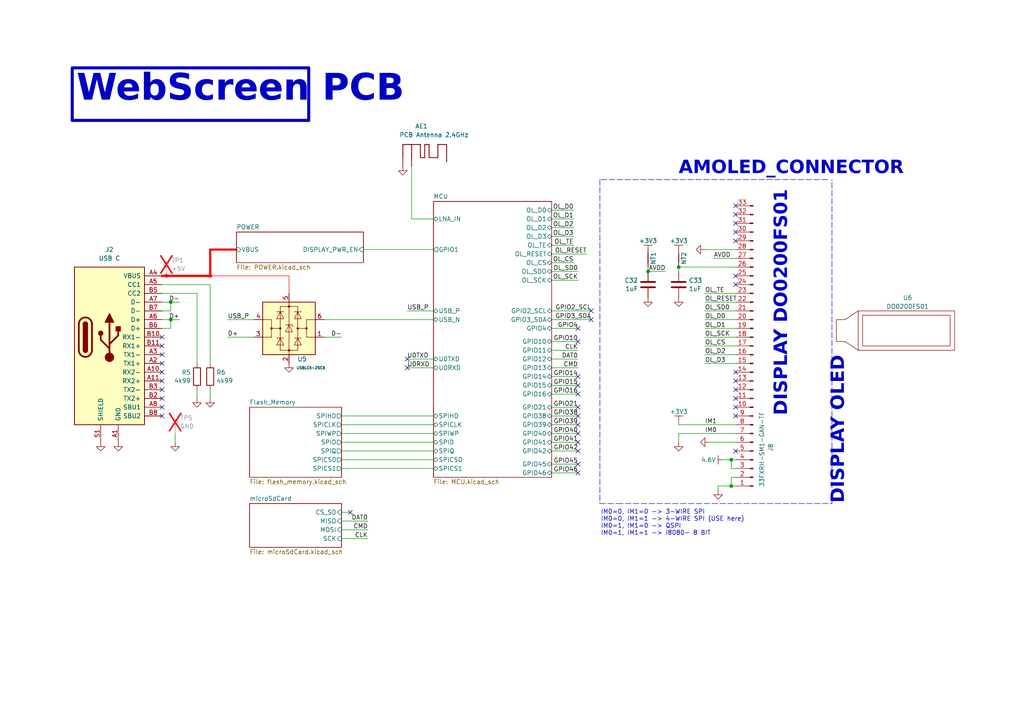
<source format=kicad_sch>
(kicad_sch (version 20231120) (generator "eeschema") (generator_version "8.0")
  (paper "A4")
  (title_block (title "WebScreen Project") (date "2024-11-02") (rev "1.2") (company "HW Media Lab LLC"))
  (lib_symbols
    (symbol "Connector:Conn_01x33_Pin" (pin_names (offset 1.016) hide)
      (property "Reference" "J" (at 0 43.18 0))
      (property "Value" "Conn_01x33_Pin" (at 0 -43.18 0))
      (symbol "Conn_01x33_Pin_1_1"
        (polyline (pts (xy 1.27 -40.64) (xy 0.8636 -40.64)) (stroke (width 0.1524)))
        (polyline (pts (xy 1.27 -38.1) (xy 0.8636 -38.1)) (stroke (width 0.1524)))
        (polyline (pts (xy 1.27 -35.56) (xy 0.8636 -35.56)) (stroke (width 0.1524)))
        (polyline (pts (xy 1.27 -33.02) (xy 0.8636 -33.02)) (stroke (width 0.1524)))
        (polyline (pts (xy 1.27 -30.48) (xy 0.8636 -30.48)) (stroke (width 0.1524)))
        (polyline (pts (xy 1.27 -27.94) (xy 0.8636 -27.94)) (stroke (width 0.1524)))
        (polyline (pts (xy 1.27 -25.4) (xy 0.8636 -25.4)) (stroke (width 0.1524)))
        (polyline (pts (xy 1.27 -22.86) (xy 0.8636 -22.86)) (stroke (width 0.1524)))
        (polyline (pts (xy 1.27 -20.32) (xy 0.8636 -20.32)) (stroke (width 0.1524)))
        (polyline (pts (xy 1.27 -17.78) (xy 0.8636 -17.78)) (stroke (width 0.1524)))
        (polyline (pts (xy 1.27 -15.24) (xy 0.8636 -15.24)) (stroke (width 0.1524)))
        (polyline (pts (xy 1.27 -12.7) (xy 0.8636 -12.7)) (stroke (width 0.1524)))
        (polyline (pts (xy 1.27 -10.16) (xy 0.8636 -10.16)) (stroke (width 0.1524)))
        (polyline (pts (xy 1.27 -7.62) (xy 0.8636 -7.62)) (stroke (width 0.1524)))
        (polyline (pts (xy 1.27 -5.08) (xy 0.8636 -5.08)) (stroke (width 0.1524)))
        (polyline (pts (xy 1.27 -2.54) (xy 0.8636 -2.54)) (stroke (width 0.1524)))
        (polyline (pts (xy 1.27 0) (xy 0.8636 0)) (stroke (width 0.1524)))
        (polyline (pts (xy 1.27 2.54) (xy 0.8636 2.54)) (stroke (width 0.1524)))
        (polyline (pts (xy 1.27 5.08) (xy 0.8636 5.08)) (stroke (width 0.1524)))
        (polyline (pts (xy 1.27 7.62) (xy 0.8636 7.62)) (stroke (width 0.1524)))
        (polyline (pts (xy 1.27 10.16) (xy 0.8636 10.16)) (stroke (width 0.1524)))
        (polyline (pts (xy 1.27 12.7) (xy 0.8636 12.7)) (stroke (width 0.1524)))
        (polyline (pts (xy 1.27 15.24) (xy 0.8636 15.24)) (stroke (width 0.1524)))
        (polyline (pts (xy 1.27 17.78) (xy 0.8636 17.78)) (stroke (width 0.1524)))
        (polyline (pts (xy 1.27 20.32) (xy 0.8636 20.32)) (stroke (width 0.1524)))
        (polyline (pts (xy 1.27 22.86) (xy 0.8636 22.86)) (stroke (width 0.1524)))
        (polyline (pts (xy 1.27 25.4) (xy 0.8636 25.4)) (stroke (width 0.1524)))
        (polyline (pts (xy 1.27 27.94) (xy 0.8636 27.94)) (stroke (width 0.1524)))
        (polyline (pts (xy 1.27 30.48) (xy 0.8636 30.48)) (stroke (width 0.1524)))
        (polyline (pts (xy 1.27 33.02) (xy 0.8636 33.02)) (stroke (width 0.1524)))
        (polyline (pts (xy 1.27 35.56) (xy 0.8636 35.56)) (stroke (width 0.1524)))
        (polyline (pts (xy 1.27 38.1) (xy 0.8636 38.1)) (stroke (width 0.1524)))
        (polyline (pts (xy 1.27 40.64) (xy 0.8636 40.64)) (stroke (width 0.1524)))
        (rectangle (start 0.8636 -40.513) (end 0 -40.767) (stroke (width 0.1524)) (fill (type outline)))
        (rectangle (start 0.8636 -37.973) (end 0 -38.227) (stroke (width 0.1524)) (fill (type outline)))
        (rectangle (start 0.8636 -35.433) (end 0 -35.687) (stroke (width 0.1524)) (fill (type outline)))
        (rectangle (start 0.8636 -32.893) (end 0 -33.147) (stroke (width 0.1524)) (fill (type outline)))
        (rectangle (start 0.8636 -30.353) (end 0 -30.607) (stroke (width 0.1524)) (fill (type outline)))
        (rectangle (start 0.8636 -27.813) (end 0 -28.067) (stroke (width 0.1524)) (fill (type outline)))
        (rectangle (start 0.8636 -25.273) (end 0 -25.527) (stroke (width 0.1524)) (fill (type outline)))
        (rectangle (start 0.8636 -22.733) (end 0 -22.987) (stroke (width 0.1524)) (fill (type outline)))
        (rectangle (start 0.8636 -20.193) (end 0 -20.447) (stroke (width 0.1524)) (fill (type outline)))
        (rectangle (start 0.8636 -17.653) (end 0 -17.907) (stroke (width 0.1524)) (fill (type outline)))
        (rectangle (start 0.8636 -15.113) (end 0 -15.367) (stroke (width 0.1524)) (fill (type outline)))
        (rectangle (start 0.8636 -12.573) (end 0 -12.827) (stroke (width 0.1524)) (fill (type outline)))
        (rectangle (start 0.8636 -10.033) (end 0 -10.287) (stroke (width 0.1524)) (fill (type outline)))
        (rectangle (start 0.8636 -7.493) (end 0 -7.747) (stroke (width 0.1524)) (fill (type outline)))
        (rectangle (start 0.8636 -4.953) (end 0 -5.207) (stroke (width 0.1524)) (fill (type outline)))
        (rectangle (start 0.8636 -2.413) (end 0 -2.667) (stroke (width 0.1524)) (fill (type outline)))
        (rectangle (start 0.8636 0.127) (end 0 -0.127) (stroke (width 0.1524)) (fill (type outline)))
        (rectangle (start 0.8636 2.667) (end 0 2.413) (stroke (width 0.1524)) (fill (type outline)))
        (rectangle (start 0.8636 5.207) (end 0 4.953) (stroke (width 0.1524)) (fill (type outline)))
        (rectangle (start 0.8636 7.747) (end 0 7.493) (stroke (width 0.1524)) (fill (type outline)))
        (rectangle (start 0.8636 10.287) (end 0 10.033) (stroke (width 0.1524)) (fill (type outline)))
        (rectangle (start 0.8636 12.827) (end 0 12.573) (stroke (width 0.1524)) (fill (type outline)))
        (rectangle (start 0.8636 15.367) (end 0 15.113) (stroke (width 0.1524)) (fill (type outline)))
        (rectangle (start 0.8636 17.907) (end 0 17.653) (stroke (width 0.1524)) (fill (type outline)))
        (rectangle (start 0.8636 20.447) (end 0 20.193) (stroke (width 0.1524)) (fill (type outline)))
        (rectangle (start 0.8636 22.987) (end 0 22.733) (stroke (width 0.1524)) (fill (type outline)))
        (rectangle (start 0.8636 25.527) (end 0 25.273) (stroke (width 0.1524)) (fill (type outline)))
        (rectangle (start 0.8636 28.067) (end 0 27.813) (stroke (width 0.1524)) (fill (type outline)))
        (rectangle (start 0.8636 30.607) (end 0 30.353) (stroke (width 0.1524)) (fill (type outline)))
        (rectangle (start 0.8636 33.147) (end 0 32.893) (stroke (width 0.1524)) (fill (type outline)))
        (rectangle (start 0.8636 35.687) (end 0 35.433) (stroke (width 0.1524)) (fill (type outline)))
        (rectangle (start 0.8636 38.227) (end 0 37.973) (stroke (width 0.1524)) (fill (type outline)))
        (rectangle (start 0.8636 40.767) (end 0 40.513) (stroke (width 0.1524)) (fill (type outline)))
        (pin passive line (at 5.08 40.64 180) (length 3.81) (name "Pin_1") (number "1"))
        (pin passive line (at 5.08 17.78 180) (length 3.81) (name "Pin_10") (number "10"))
        (pin passive line (at 5.08 15.24 180) (length 3.81) (name "Pin_11") (number "11"))
        (pin passive line (at 5.08 12.7 180) (length 3.81) (name "Pin_12") (number "12"))
        (pin passive line (at 5.08 10.16 180) (length 3.81) (name "Pin_13") (number "13"))
        (pin passive line (at 5.08 7.62 180) (length 3.81) (name "Pin_14") (number "14"))
        (pin passive line (at 5.08 5.08 180) (length 3.81) (name "Pin_15") (number "15"))
        (pin passive line (at 5.08 2.54 180) (length 3.81) (name "Pin_16") (number "16"))
        (pin passive line (at 5.08 0 180) (length 3.81) (name "Pin_17") (number "17"))
        (pin passive line (at 5.08 -2.54 180) (length 3.81) (name "Pin_18") (number "18"))
        (pin passive line (at 5.08 -5.08 180) (length 3.81) (name "Pin_19") (number "19"))
        (pin passive line (at 5.08 38.1 180) (length 3.81) (name "Pin_2") (number "2"))
        (pin passive line (at 5.08 -7.62 180) (length 3.81) (name "Pin_20") (number "20"))
        (pin passive line (at 5.08 -10.16 180) (length 3.81) (name "Pin_21") (number "21"))
        (pin passive line (at 5.08 -12.7 180) (length 3.81) (name "Pin_22") (number "22"))
        (pin passive line (at 5.08 -15.24 180) (length 3.81) (name "Pin_23") (number "23"))
        (pin passive line (at 5.08 -17.78 180) (length 3.81) (name "Pin_24") (number "24"))
        (pin passive line (at 5.08 -20.32 180) (length 3.81) (name "Pin_25") (number "25"))
        (pin passive line (at 5.08 -22.86 180) (length 3.81) (name "Pin_26") (number "26"))
        (pin passive line (at 5.08 -25.4 180) (length 3.81) (name "Pin_27") (number "27"))
        (pin passive line (at 5.08 -27.94 180) (length 3.81) (name "Pin_28") (number "28"))
        (pin passive line (at 5.08 -30.48 180) (length 3.81) (name "Pin_29") (number "29"))
        (pin passive line (at 5.08 35.56 180) (length 3.81) (name "Pin_3") (number "3"))
        (pin passive line (at 5.08 -33.02 180) (length 3.81) (name "Pin_30") (number "30"))
        (pin passive line (at 5.08 -35.56 180) (length 3.81) (name "Pin_31") (number "31"))
        (pin passive line (at 5.08 -38.1 180) (length 3.81) (name "Pin_32") (number "32"))
        (pin passive line (at 5.08 -40.64 180) (length 3.81) (name "Pin_33") (number "33"))
        (pin passive line (at 5.08 33.02 180) (length 3.81) (name "Pin_4") (number "4"))
        (pin passive line (at 5.08 30.48 180) (length 3.81) (name "Pin_5") (number "5"))
        (pin passive line (at 5.08 27.94 180) (length 3.81) (name "Pin_6") (number "6"))
        (pin passive line (at 5.08 25.4 180) (length 3.81) (name "Pin_7") (number "7"))
        (pin passive line (at 5.08 22.86 180) (length 3.81) (name "Pin_8") (number "8"))
        (pin passive line (at 5.08 20.32 180) (length 3.81) (name "Pin_9") (number "9"))
      )
    )
    (symbol "Connector:TestPoint" (pin_numbers hide) (pin_names (offset 0.762) hide)
      (property "Reference" "TP" (at 0 6.858 0))
      (property "Value" "TestPoint" (at 0 5.08 0))
      (symbol "TestPoint_0_1"
        (circle (center 0 3.302) (radius 0.762))
      )
      (symbol "TestPoint_1_1"
        (pin passive line (at 0 0 90) (length 2.54) (name "1") (number "1"))
      )
    )
    (symbol "Connector:USB_C_Receptacle" (pin_names (offset 1.016))
      (property "Reference" "J2" (at 0 27.94 0))
      (property "Value" "USB C" (at 0 25.4 0))
      (symbol "USB_C_Receptacle_0_1"
        (rectangle (start -10.16 22.86) (end 10.16 -22.86) (stroke (width 0.254)) (fill (type background)))
        (arc (start -8.89 -1.27) (mid -6.985 -3.1667) (end -5.08 -1.27) (stroke (width 0.508)))
        (arc (start -7.62 -1.27) (mid -6.985 -1.9023) (end -6.35 -1.27) (stroke (width 0.254)))
        (arc (start -7.62 -1.27) (mid -6.985 -1.9023) (end -6.35 -1.27) (stroke (width 0.254)) (fill (type outline)))
        (rectangle (start -7.62 -1.27) (end -6.35 6.35) (stroke (width 0.254)) (fill (type outline)))
        (arc (start -6.35 6.35) (mid -6.985 6.9823) (end -7.62 6.35) (stroke (width 0.254)))
        (arc (start -6.35 6.35) (mid -6.985 6.9823) (end -7.62 6.35) (stroke (width 0.254)) (fill (type outline)))
        (arc (start -5.08 6.35) (mid -6.985 8.2467) (end -8.89 6.35) (stroke (width 0.508)))
        (polyline (pts (xy -8.89 -1.27) (xy -8.89 6.35)) (stroke (width 0.508)))
        (polyline (pts (xy -5.08 6.35) (xy -5.08 -1.27)) (stroke (width 0.508)))
      )
      (symbol "USB_C_Receptacle_1_1"
        (circle (center -2.54 3.683) (radius 0.635) (stroke (width 0.254)) (fill (type outline)))
        (circle (center 0 -3.302) (radius 1.27) (fill (type outline)))
        (polyline (pts (xy 0 -3.302) (xy 0 6.858)) (stroke (width 0.508)))
        (polyline (pts (xy 0 -0.762) (xy -2.54 1.778) (xy -2.54 3.048)) (stroke (width 0.508)))
        (polyline (pts (xy 0 0.508) (xy 2.54 3.048) (xy 2.54 4.318)) (stroke (width 0.508)))
        (polyline (pts (xy -1.27 6.858) (xy 0 9.398) (xy 1.27 6.858) (xy -1.27 6.858)) (stroke (width 0.254)) (fill (type outline)))
        (rectangle (start 1.905 4.318) (end 3.175 5.588) (stroke (width 0.254)) (fill (type outline)))
        (pin passive line (at 2.54 -27.94 90) (length 5.08) (name "GND") (number "A1"))
        (pin bidirectional line (at 15.24 -7.62 180) (length 5.08) (name "RX2-") (number "A10"))
        (pin bidirectional line (at 15.24 -10.16 180) (length 5.08) (name "RX2+") (number "A11"))
        (pin passive line (at 0 -45.72 90) (length 5.08) hide (name "GND") (number "A12"))
        (pin bidirectional line (at 15.24 -5.08 180) (length 5.08) (name "TX1+") (number "A2"))
        (pin bidirectional line (at 15.24 -2.54 180) (length 5.08) (name "TX1-") (number "A3"))
        (pin passive line (at 15.24 20.32 180) (length 5.08) (name "VBUS") (number "A4"))
        (pin bidirectional line (at 15.24 17.78 180) (length 5.08) (name "CC1") (number "A5"))
        (pin bidirectional line (at 15.24 7.62 180) (length 5.08) (name "D+") (number "A6"))
        (pin bidirectional line (at 15.24 12.7 180) (length 5.08) (name "D-") (number "A7"))
        (pin bidirectional line (at 15.24 -17.78 180) (length 5.08) (name "SBU1") (number "A8"))
        (pin passive line (at 15.24 20.32 180) (length 5.08) hide (name "VBUS") (number "A9"))
        (pin passive line (at 0 -45.72 90) (length 5.08) hide (name "GND") (number "B1"))
        (pin bidirectional line (at 15.24 2.54 180) (length 5.08) (name "RX1-") (number "B10"))
        (pin bidirectional line (at 15.24 0 180) (length 5.08) (name "RX1+") (number "B11"))
        (pin passive line (at 0 -45.72 90) (length 5.08) hide (name "GND") (number "B12"))
        (pin bidirectional line (at 15.24 -15.24 180) (length 5.08) (name "TX2+") (number "B2"))
        (pin bidirectional line (at 15.24 -12.7 180) (length 5.08) (name "TX2-") (number "B3"))
        (pin passive line (at 15.24 20.32 180) (length 5.08) hide (name "VBUS") (number "B4"))
        (pin bidirectional line (at 15.24 15.24 180) (length 5.08) (name "CC2") (number "B5"))
        (pin bidirectional line (at 15.24 5.08 180) (length 5.08) (name "D+") (number "B6"))
        (pin bidirectional line (at 15.24 10.16 180) (length 5.08) (name "D-") (number "B7"))
        (pin bidirectional line (at 15.24 -20.32 180) (length 5.08) (name "SBU2") (number "B8"))
        (pin passive line (at 15.24 20.32 180) (length 5.08) hide (name "VBUS") (number "B9"))
        (pin passive line (at -2.54 -27.94 90) (length 5.08) (name "SHIELD") (number "S1"))
      )
    )
    (symbol "Device:Antenna_Shield" (pin_numbers hide) (pin_names (offset 1.016) hide)
      (property "Reference" "AE1" (at 3.81 1.9051 0))
      (property "Value" "Antenna_Shield" (at 3.81 -0.6349 0))
      (symbol "Antenna_Shield_0_1"
        (polyline (pts (xy -2.54 1.27) (xy -2.54 -2.54)) (stroke (width 0.254)))
        (polyline (pts (xy -2.54 1.27) (xy 2.54 1.27)) (stroke (width 0.254)))
        (polyline (pts (xy 0 1.27) (xy 0 -2.54)) (stroke (width 0.254)))
        (polyline (pts (xy 2.54 -2.54) (xy 3.81 -2.54)) (stroke (width 0.254)))
        (polyline (pts (xy 2.54 1.27) (xy 2.54 -2.54)) (stroke (width 0.254)))
        (polyline (pts (xy 3.81 1.27) (xy 3.81 -2.54)) (stroke (width 0.254)))
        (polyline (pts (xy 3.81 1.27) (xy 5.08 1.27)) (stroke (width 0.254)))
        (polyline (pts (xy 5.08 -2.54) (xy 7.62 -2.54)) (stroke (width 0.254)))
        (polyline (pts (xy 5.08 1.27) (xy 5.08 -2.54)) (stroke (width 0.254)))
        (polyline (pts (xy 7.62 1.27) (xy 7.62 -2.54)) (stroke (width 0.254)))
        (polyline (pts (xy 7.62 1.27) (xy 10.16 1.27)) (stroke (width 0.254)))
        (polyline (pts (xy 10.16 1.27) (xy 10.16 -3.81)) (stroke (width 0.254)))
      )
      (symbol "Antenna_Shield_1_1"
        (pin input line (at 0 -5.08 90) (length 2.54) (name "FP") (number "1"))
        (pin input line (at -2.54 -5.08 90) (length 2.54) (name "GND") (number "2"))
      )
    )
    (symbol "Device:C" (pin_numbers hide) (pin_names (offset 0.254))
      (property "Reference" "C" (at 0.635 2.54 0))
      (property "Value" "C" (at 0.635 -2.54 0))
      (symbol "C_0_1"
        (polyline (pts (xy -2.032 -0.762) (xy 2.032 -0.762)) (stroke (width 0.508)))
        (polyline (pts (xy -2.032 0.762) (xy 2.032 0.762)) (stroke (width 0.508)))
      )
      (symbol "C_1_1"
        (pin passive line (at 0 3.81 270) (length 2.794) (name "~") (number "1"))
        (pin passive line (at 0 -3.81 90) (length 2.794) (name "~") (number "2"))
      )
    )
    (symbol "Device:NetTie_2" (pin_numbers hide) (pin_names (offset 0) hide) (in_bom no)
      (property "Reference" "NT" (at 0 1.27 0))
      (property "Value" "NetTie_2" (at 0 -1.27 0))
      (symbol "NetTie_2_0_1"
        (polyline (pts (xy -1.27 0) (xy 1.27 0)) (stroke (width 0.254)))
      )
      (symbol "NetTie_2_1_1"
        (pin passive line (at -2.54 0 0) (length 2.54) (name "1") (number "1"))
        (pin passive line (at 2.54 0 180) (length 2.54) (name "2") (number "2"))
      )
    )
    (symbol "Device:R" (pin_numbers hide) (pin_names (offset 0))
      (property "Reference" "R" (at 2.032 0 90))
      (property "Value" "R" (at 0 0 90))
      (symbol "R_0_1"
        (rectangle (start -1.016 -2.54) (end 1.016 2.54) (stroke (width 0.254)))
      )
      (symbol "R_1_1"
        (pin passive line (at 0 3.81 270) (length 1.27) (name "~") (number "1"))
        (pin passive line (at 0 -3.81 90) (length 1.27) (name "~") (number "2"))
      )
    )
    (symbol "Display:DO0200FS01"
      (property "Reference" "U" (at -1.27 6.35 0))
      (symbol "DO0200FS01_0_1"
        (rectangle (start -12.7 5.08) (end 15.24 -6.35))
        (rectangle (start -11.43 3.81) (end 13.97 -5.08))
        (polyline (pts (xy -16.51 -3.81) (xy -12.7 -6.35)))
        (polyline (pts (xy -16.51 2.54) (xy -12.7 5.08)))
        (polyline (pts (xy -16.51 2.54) (xy -19.05 2.54) (xy -19.05 -3.81) (xy -16.51 -3.81)))
      )
    )
    (symbol "Power_Protection:USBLC6-2SC6" (pin_names hide)
      (property "Reference" "U" (at 2.54 8.89 0))
      (property "Value" "USBLC6-2SC6" (at 2.54 -8.89 0))
      (symbol "USBLC6-2SC6_0_1"
        (rectangle (start -7.62 -7.62) (end 7.62 7.62) (stroke (width 0.254)) (fill (type background)))
        (circle (center -5.08 0) (radius 0.254) (fill (type outline)))
        (circle (center -2.54 0) (radius 0.254) (fill (type outline)))
        (rectangle (start -2.54 6.35) (end 2.54 -6.35))
        (circle (center 0 -6.35) (radius 0.254) (fill (type outline)))
        (polyline (pts (xy -5.08 -2.54) (xy -7.62 -2.54)))
        (polyline (pts (xy -5.08 0) (xy -5.08 -2.54)))
        (polyline (pts (xy -5.08 2.54) (xy -7.62 2.54)))
        (polyline (pts (xy -1.524 -2.794) (xy -3.556 -2.794)))
        (polyline (pts (xy -1.524 4.826) (xy -3.556 4.826)))
        (polyline (pts (xy 0 -7.62) (xy 0 -6.35)))
        (polyline (pts (xy 0 -6.35) (xy 0 1.27)))
        (polyline (pts (xy 0 1.27) (xy 0 6.35)))
        (polyline (pts (xy 0 6.35) (xy 0 7.62)))
        (polyline (pts (xy 1.524 -2.794) (xy 3.556 -2.794)))
        (polyline (pts (xy 1.524 4.826) (xy 3.556 4.826)))
        (polyline (pts (xy 5.08 -2.54) (xy 7.62 -2.54)))
        (polyline (pts (xy 5.08 0) (xy 5.08 -2.54)))
        (polyline (pts (xy 5.08 2.54) (xy 7.62 2.54)))
        (polyline (pts (xy -2.54 0) (xy -5.08 0) (xy -5.08 2.54)))
        (polyline (pts (xy 2.54 0) (xy 5.08 0) (xy 5.08 2.54)))
        (polyline (pts (xy -3.556 -4.826) (xy -1.524 -4.826) (xy -2.54 -2.794) (xy -3.556 -4.826)))
        (polyline (pts (xy -3.556 2.794) (xy -1.524 2.794) (xy -2.54 4.826) (xy -3.556 2.794)))
        (polyline (pts (xy -1.016 -1.016) (xy 1.016 -1.016) (xy 0 1.016) (xy -1.016 -1.016)))
        (polyline (pts (xy 1.016 1.016) (xy 0.762 1.016) (xy -1.016 1.016) (xy -1.016 0.508)))
        (polyline (pts (xy 3.556 -4.826) (xy 1.524 -4.826) (xy 2.54 -2.794) (xy 3.556 -4.826)))
        (polyline (pts (xy 3.556 2.794) (xy 1.524 2.794) (xy 2.54 4.826) (xy 3.556 2.794)))
        (circle (center 0 6.35) (radius 0.254) (fill (type outline)))
        (circle (center 2.54 0) (radius 0.254) (fill (type outline)))
        (circle (center 5.08 0) (radius 0.254) (fill (type outline)))
      )
      (symbol "USBLC6-2SC6_1_1"
        (pin passive line (at -10.16 -2.54 0) (length 2.54) (name "I/O1") (number "1"))
        (pin passive line (at 0 -10.16 90) (length 2.54) (name "GND") (number "2"))
        (pin passive line (at 10.16 -2.54 180) (length 2.54) (name "I/O2") (number "3"))
        (pin passive line (at 10.16 2.54 180) (length 2.54) (name "I/O2") (number "4"))
        (pin passive line (at 0 10.16 270) (length 2.54) (name "VBUS") (number "5"))
        (pin passive line (at -10.16 2.54 0) (length 2.54) (name "I/O1") (number "6"))
      )
    )
    (symbol "power:+1V35" (power) (pin_names (offset 0))
      (property "Value" "ELVDD" (at 0 1.9049 90))
      (symbol "+1V35_0_1"
        (polyline (pts (xy -1.27 1.27) (xy 1.27 1.27)))
        (polyline (pts (xy 0 0) (xy 0 1.27)))
      )
      (symbol "+1V35_1_1"
        (pin power_in line (at 0 0 90) (length 0) hide (name "4.6V") (number "1"))
      )
    )
    (symbol "power:+3V3" (power) (pin_names (offset 0))
      (property "Value" "+3V3" (at 0 2.54 0))
      (symbol "+3V3_0_1"
        (rectangle (start -1.27 1.27) (end 1.27 1.27))
        (polyline (pts (xy 0 0) (xy 0 1.27)))
      )
      (symbol "+3V3_1_1"
        (pin power_in line (at 0 0 90) (length 0) hide (name "+3V3") (number "1"))
      )
    )
    (symbol "power:GND" (power) (pin_names (offset 0))
      (property "Value" "GND" (at 0 -3.81 0))
      (symbol "GND_0_1"
        (polyline (pts (xy 0 0) (xy 0 -1.27) (xy 1.27 -1.27) (xy 0 -2.54) (xy -1.27 -1.27) (xy 0 -1.27)))
      )
      (symbol "GND_1_1"
        (pin power_in line (at 0 0 270) (length 0) hide (name "GND") (number "1"))
      )
    )
  )
  (junction (at 212.09 140.97))
  (junction (at 49.53 92.71))
  (junction (at 212.09 133.35))
  (junction (at 187.96 78.74))
  (junction (at 196.85 77.47))
  (junction (at 60.96 80.01) (color 255 0 0 1))
  (junction (at 49.53 87.63))
  (junction (at 48.26 80.01) (color 255 0 0 1))
  (no_connect (at 213.36 80.01))
  (no_connect (at 46.99 102.87))
  (no_connect (at 167.64 109.22))
  (no_connect (at 213.36 67.31))
  (no_connect (at 213.36 69.85))
  (no_connect (at 46.99 105.41))
  (no_connect (at 46.99 115.57))
  (no_connect (at 46.99 120.65))
  (no_connect (at 213.36 107.95))
  (no_connect (at 213.36 113.03))
  (no_connect (at 46.99 100.33))
  (no_connect (at 46.99 107.95))
  (no_connect (at 167.64 123.19))
  (no_connect (at 213.36 110.49))
  (no_connect (at 167.64 118.11))
  (no_connect (at 167.64 137.16))
  (no_connect (at 167.64 95.25))
  (no_connect (at 213.36 82.55))
  (no_connect (at 213.36 115.57))
  (no_connect (at 167.64 114.3))
  (no_connect (at 171.45 92.71))
  (no_connect (at 213.36 59.69))
  (no_connect (at 213.36 120.65))
  (no_connect (at 167.64 120.65))
  (no_connect (at 167.64 134.62))
  (no_connect (at 213.36 130.81))
  (no_connect (at 167.64 128.27))
  (no_connect (at 118.11 106.68))
  (no_connect (at 46.99 113.03))
  (no_connect (at 46.99 118.11))
  (no_connect (at 101.6 148.59))
  (no_connect (at 213.36 62.23))
  (no_connect (at 46.99 97.79))
  (no_connect (at 167.64 130.81))
  (no_connect (at 167.64 99.06))
  (no_connect (at 171.45 90.17))
  (no_connect (at 167.64 111.76))
  (no_connect (at 213.36 64.77))
  (no_connect (at 213.36 118.11))
  (no_connect (at 118.11 104.14))
  (no_connect (at 167.64 125.73))
  (no_connect (at 46.99 110.49))
  (wire (pts (xy 99.06 120.65) (xy 125.73 120.65)))
  (wire (pts (xy 57.15 85.09) (xy 57.15 105.41)))
  (wire (pts (xy 160.02 99.06) (xy 167.64 99.06)))
  (wire (pts (xy 160.02 76.2) (xy 166.37 76.2)))
  (wire (pts (xy 118.11 104.14) (xy 125.73 104.14)))
  (wire (pts (xy 99.06 156.21) (xy 106.68 156.21)))
  (wire (pts (xy 46.99 95.25) (xy 49.53 95.25)))
  (wire (pts (xy 208.28 142.24) (xy 208.28 140.97)))
  (wire (pts (xy 160.02 95.25) (xy 167.64 95.25)))
  (wire (pts (xy 212.09 135.89) (xy 212.09 133.35)))
  (wire (pts (xy 160.02 128.27) (xy 167.64 128.27)))
  (wire (pts (xy 196.85 123.19) (xy 213.36 123.19)))
  (wire (pts (xy 119.38 48.26) (xy 119.38 63.5)))
  (wire (pts (xy 83.82 80.01) (xy 60.96 80.01)) (stroke (width 0) (color 255 0 0 1)))
  (wire (pts (xy 204.47 90.17) (xy 213.36 90.17)))
  (wire (pts (xy 99.06 148.59) (xy 101.6 148.59)))
  (wire (pts (xy 160.02 118.11) (xy 167.64 118.11)))
  (wire (pts (xy 99.06 125.73) (xy 125.73 125.73)))
  (polyline (pts (xy 173.99 146.05) (xy 179.07 146.05)) (stroke (width 0) (type dash)))
  (wire (pts (xy 212.09 138.43) (xy 213.36 138.43)))
  (wire (pts (xy 66.04 92.71) (xy 73.66 92.71)))
  (wire (pts (xy 99.06 123.19) (xy 125.73 123.19)))
  (wire (pts (xy 60.96 72.39) (xy 60.96 80.01)) (stroke (width 0.635) (color 255 0 0 1)))
  (wire (pts (xy 204.47 72.39) (xy 213.36 72.39)))
  (wire (pts (xy 46.99 87.63) (xy 49.53 87.63)))
  (wire (pts (xy 207.01 74.93) (xy 213.36 74.93)))
  (polyline (pts (xy 241.3 146.05) (xy 241.3 52.07)) (stroke (width 0) (type dash)))
  (wire (pts (xy 204.47 85.09) (xy 213.36 85.09)))
  (wire (pts (xy 46.99 92.71) (xy 49.53 92.71)))
  (wire (pts (xy 160.02 111.76) (xy 167.64 111.76)))
  (wire (pts (xy 160.02 109.22) (xy 167.64 109.22)))
  (wire (pts (xy 68.58 72.39) (xy 60.96 72.39)) (stroke (width 0.635) (color 255 0 0 1)))
  (wire (pts (xy 160.02 68.58) (xy 166.37 68.58)))
  (wire (pts (xy 160.02 106.68) (xy 167.64 106.68)))
  (wire (pts (xy 99.06 133.35) (xy 125.73 133.35)))
  (wire (pts (xy 160.02 104.14) (xy 167.64 104.14)))
  (wire (pts (xy 212.09 133.35) (xy 213.36 133.35)))
  (wire (pts (xy 204.47 95.25) (xy 213.36 95.25)))
  (wire (pts (xy 160.02 120.65) (xy 167.64 120.65)))
  (wire (pts (xy 60.96 113.03) (xy 60.96 115.57)))
  (wire (pts (xy 160.02 125.73) (xy 167.64 125.73)))
  (wire (pts (xy 99.06 128.27) (xy 125.73 128.27)))
  (wire (pts (xy 196.85 121.92) (xy 196.85 123.19)))
  (wire (pts (xy 204.47 102.87) (xy 213.36 102.87)))
  (wire (pts (xy 49.53 92.71) (xy 52.07 92.71)))
  (wire (pts (xy 204.47 87.63) (xy 213.36 87.63)))
  (wire (pts (xy 105.41 72.39) (xy 125.73 72.39)))
  (wire (pts (xy 208.28 140.97) (xy 212.09 140.97)))
  (wire (pts (xy 99.06 135.89) (xy 125.73 135.89)))
  (wire (pts (xy 160.02 123.19) (xy 167.64 123.19)))
  (wire (pts (xy 99.06 151.13) (xy 106.68 151.13)))
  (wire (pts (xy 204.47 100.33) (xy 213.36 100.33)))
  (wire (pts (xy 99.06 153.67) (xy 106.68 153.67)))
  (wire (pts (xy 160.02 78.74) (xy 167.64 78.74)))
  (wire (pts (xy 196.85 125.73) (xy 196.85 128.27)))
  (wire (pts (xy 49.53 92.71) (xy 49.53 95.25)))
  (wire (pts (xy 160.02 90.17) (xy 171.45 90.17)))
  (wire (pts (xy 93.98 92.71) (xy 125.73 92.71)))
  (wire (pts (xy 196.85 77.47) (xy 196.85 78.74)))
  (wire (pts (xy 60.96 82.55) (xy 60.96 105.41)))
  (wire (pts (xy 50.8 125.73) (xy 50.8 128.27)))
  (wire (pts (xy 160.02 73.66) (xy 170.18 73.66)))
  (polyline (pts (xy 179.07 146.05) (xy 241.3 146.05)) (stroke (width 0) (type dash)))
  (wire (pts (xy 160.02 92.71) (xy 171.45 92.71)))
  (polyline (pts (xy 240.03 52.07) (xy 173.99 52.07)) (stroke (width 0) (type dash)))
  (wire (pts (xy 99.06 130.81) (xy 125.73 130.81)))
  (wire (pts (xy 49.53 87.63) (xy 49.53 90.17)))
  (wire (pts (xy 119.38 63.5) (xy 125.73 63.5)))
  (wire (pts (xy 187.96 78.74) (xy 193.04 78.74)))
  (wire (pts (xy 160.02 101.6) (xy 167.64 101.6)))
  (wire (pts (xy 212.09 140.97) (xy 212.09 138.43)))
  (wire (pts (xy 204.47 97.79) (xy 213.36 97.79)))
  (wire (pts (xy 160.02 71.12) (xy 166.37 71.12)))
  (wire (pts (xy 66.04 97.79) (xy 73.66 97.79)))
  (wire (pts (xy 160.02 63.5) (xy 166.37 63.5)))
  (wire (pts (xy 160.02 66.04) (xy 166.37 66.04)))
  (wire (pts (xy 57.15 113.03) (xy 57.15 115.57)))
  (wire (pts (xy 46.99 82.55) (xy 60.96 82.55)))
  (wire (pts (xy 49.53 87.63) (xy 52.07 87.63)))
  (wire (pts (xy 118.11 90.17) (xy 125.73 90.17)))
  (wire (pts (xy 196.85 77.47) (xy 213.36 77.47)))
  (wire (pts (xy 204.47 105.41) (xy 213.36 105.41)))
  (wire (pts (xy 187.96 77.47) (xy 187.96 78.74)))
  (wire (pts (xy 118.11 106.68) (xy 125.73 106.68)))
  (wire (pts (xy 160.02 134.62) (xy 167.64 134.62)))
  (wire (pts (xy 196.85 125.73) (xy 213.36 125.73)))
  (wire (pts (xy 209.55 133.35) (xy 212.09 133.35)))
  (wire (pts (xy 205.74 128.27) (xy 213.36 128.27)))
  (wire (pts (xy 160.02 60.96) (xy 166.37 60.96)))
  (wire (pts (xy 48.26 80.01) (xy 60.96 80.01)) (stroke (width 0.635) (color 255 0 0 1)))
  (wire (pts (xy 46.99 80.01) (xy 48.26 80.01)) (stroke (width 0.635) (color 255 0 0 1)))
  (wire (pts (xy 160.02 81.28) (xy 167.64 81.28)))
  (wire (pts (xy 204.47 92.71) (xy 213.36 92.71)))
  (wire (pts (xy 83.82 85.09) (xy 83.82 80.01)) (stroke (width 0) (color 255 0 0 1)))
  (wire (pts (xy 46.99 90.17) (xy 49.53 90.17)))
  (wire (pts (xy 213.36 140.97) (xy 212.09 140.97)))
  (wire (pts (xy 160.02 114.3) (xy 167.64 114.3)))
  (polyline (pts (xy 173.99 52.07) (xy 173.99 146.05)) (stroke (width 0) (type dash)))
  (wire (pts (xy 213.36 135.89) (xy 212.09 135.89)))
  (wire (pts (xy 57.15 85.09) (xy 46.99 85.09)))
  (wire (pts (xy 160.02 130.81) (xy 167.64 130.81)))
  (wire (pts (xy 160.02 137.16) (xy 167.64 137.16)))
  (wire (pts (xy 93.98 97.79) (xy 99.06 97.79)))
  (rectangle (start 20.955 19.685) (end 89.535 34.925) (stroke (width 0.889)))
  (text "https://www.ebay.com/itm/224377788788" (at 1.016 -3.556 0) (effects (font (size 1.27 1.27)) (justify left bottom)))
  (text "AMOLED_CONNECTOR" (at 196.85 52.07 0) (effects (font (size 3.81 3.81) (thickness 0.254) (bold yes)) (justify left bottom)))
  (text "DISPLAY DO0200FS01" (at 229.87 120.65 90) (effects (font (size 3.81 3.81) (thickness 0.254) (bold yes)) (justify left bottom)))
  (text "WebScreen PCB" (at 22.225 32.385 0) (effects (font (size 7.62 7.62) (thickness 0.254) (bold yes)) (justify left bottom)))
  (text "REFERENCE DESIGN\nhttps://github.com/Xinyuan-LilyGO/LilyGo-AMOLED-Series/blob/master/schematic/T-Display-S3-AMOLED-Touch.pdf" (at -0.762 218.186 0) (effects (font (size 1.27 1.27)) (justify left bottom)))
  (text "DISPLAY OLED" (at 246.38 146.05 90) (effects (font (size 3.81 3.81) (thickness 0.254) (bold yes)) (justify left bottom)))
  (text "https://www.panelook.cn/DO0200FS01-AMOLED-screen-DO0200FS01-2-0inch-240-536-SPI-QSPI-MCU-LCD-panel-Module-Customized-STM32-Raspberry-detail_153076.html#" (at 306.832 167.64 90) (effects (font (size 0.762 0.762)) (justify left bottom)))
  (text "IM0=0, IM1=0 -> 3-WIRE SPI\nIM0=0, IM1=1 -> 4-WIRE SPI (USE here)\nIM0=1, IM1=0 -> QSPI\nIM0=1, IM1=1 -> I8080- 8 BIT\n" (at 174.244 151.638 0) (effects (font (size 1.27 1.27)) (justify left)))
  (label "OL_D0" (at 204.47 92.71 0))
  (label "OL_D3" (at 166.37 68.58 180))
  (label "OL_D0" (at 166.37 60.96 180))
  (label "OL_SD0" (at 167.64 78.74 180))
  (label "GPIO21" (at 167.64 118.11 180))
  (label "GPIO16" (at 167.64 114.3 180))
  (label "U0TXD" (at 118.11 104.14 0))
  (label "CMD" (at 106.68 153.67 180))
  (label "OL_RESET" (at 170.18 73.66 180))
  (label "GPIO46" (at 167.64 137.16 180))
  (label "DAT0" (at 106.68 151.13 180))
  (label "DAT0" (at 167.64 104.14 180))
  (label "D+" (at 66.04 97.79 0))
  (label "OL_D2" (at 204.47 102.87 0))
  (label "GPIO14" (at 167.64 109.22 180))
  (label "OL_D2" (at 166.37 66.04 180))
  (label "AVDD" (at 207.01 74.93 0))
  (label "D-" (at 52.07 87.63 180))
  (label "U0RXD" (at 118.11 106.68 0))
  (label "GPIO2_SCL" (at 171.45 90.17 180))
  (label "GPIO3_SDA" (at 171.45 92.71 180))
  (label "CMD" (at 167.64 106.68 180))
  (label "GPIO41" (at 167.64 128.27 180))
  (label "IM1" (at 204.47 123.19 0))
  (label "GPIO38" (at 167.64 120.65 180))
  (label "OL_TE" (at 166.37 71.12 180))
  (label "USB_P" (at 66.04 92.71 0))
  (label "AVDD" (at 193.04 78.74 180))
  (label "GPIO42" (at 167.64 130.81 180))
  (label "GPIO15" (at 167.64 111.76 180))
  (label "GPIO39" (at 167.64 123.19 180))
  (label "GPIO4" (at 167.64 95.25 180))
  (label "GPIO40" (at 167.64 125.73 180))
  (label "OL_D1" (at 166.37 63.5 180))
  (label "OL_SCK" (at 204.47 97.79 0))
  (label "D-" (at 99.06 97.79 180))
  (label "GPIO45" (at 167.64 134.62 180))
  (label "OL_SD0" (at 204.47 90.17 0))
  (label "OL_CS" (at 204.47 100.33 0))
  (label "OL_D3" (at 204.47 105.41 0))
  (label "USB_P" (at 118.11 90.17 0))
  (label "OL_SCK" (at 167.64 81.28 180))
  (label "D+" (at 52.07 92.71 180))
  (label "OL_TE" (at 204.47 85.09 0))
  (label "GPIO10" (at 167.64 99.06 180))
  (label "CLK" (at 106.68 156.21 180))
  (label "OL_CS" (at 166.37 76.2 180))
  (label "OL_D1" (at 204.47 95.25 0))
  (label "OL_RESET" (at 204.47 87.63 0))
  (label "CLK" (at 167.64 101.6 180))
  (label "IM0" (at 204.47 125.73 0))
  (symbol (lib_id "power:+3V3") (at 196.85 72.39 0) (unit 1)
    (property "Reference" "#PWR066" (effects (hide yes)))
    (property "Value" "+3V3" (at 196.85 69.85 0))
  )
  (symbol (lib_id "Connector:Conn_01x33_Pin") (at 218.44 100.33 180) (unit 1)
    (property "Reference" "J8" (at 223.52 129.794 90))
    (property "Value" "33FXRH-SM1-GAN-TF" (at 220.98 130.302 90))
    (property "Footprint" "smd-non-ipc:33FXRH-SM1-GAN-TF" (effects (hide yes)))
    (property "Datasheet" "https://www.lcsc.com/datasheet/lcsc_datasheet_2304140030_JST-33FXRH-SM1-GAN-TF_C2890488.pdf" (effects (hide yes)))
    (property "MPN" "33FXRH-SM1-GAN-TF" (effects (hide yes)))
    (property "LCSC Part #" "C2890488" (effects (hide yes)))
    (property "BOM" "SMD,P=0.6mm FFC/FPC Connectors ROHS" (effects (hide yes)))
  )
  (symbol (lib_id "Device:R") (at 57.15 109.22 0) (mirror y) (unit 1)
    (property "Reference" "R5" (at 55.372 108.0079 0) (effects (justify left)))
    (property "Value" "4k99" (at 55.372 110.4321 0) (effects (justify left)))
    (property "Footprint" "Resistor_SMD:R_0402_1005Metric" (effects (hide yes)))
    (property "Datasheet" "https://www.lcsc.com/datasheet/lcsc_datasheet_2304140030_YAGEO-RC0402FR-074K99L_C137965.pdf" (effects (hide yes)))
    (property "MPN" "RC0402FR-074K99L" (effects (hide yes)))
    (property "LCSC Part #" "C137965" (effects (hide yes)))
    (property "BOM" "62.5mW Thick Film Resistors 50V ±100ppm/℃ ±1% 4.99kΩ 0402 Chip Resistor - Surface Mount ROHS" (effects (hide yes)))
  )
  (symbol (lib_id "Device:C") (at 196.85 82.55 0) (unit 1)
    (property "Reference" "C33" (at 199.771 81.3379 0) (effects (justify left)))
    (property "Value" "1uF" (at 199.771 83.7621 0) (effects (justify left)))
    (property "Footprint" "Capacitor_SMD:C_0603_1608Metric" (effects (hide yes)))
    (property "Datasheet" "https://www.lcsc.com/datasheet/lcsc_datasheet_2209191700_Samsung-Electro-Mechanics-CL10A105KO8NNNC_C1592.pdf" (effects (hide yes)))
    (property "MPN" "CL10A105KO8NNNC" (effects (hide yes)))
    (property "LCSC Part #" "C1592" (effects (hide yes)))
    (property "BOM" "16V 1uF X5R ±10% 0603 Multilayer Ceramic Capacitors MLCC - SMD/SMT ROHS" (effects (hide yes)))
  )
  (symbol (lib_id "Device:NetTie_2") (at 196.85 74.93 90) (unit 1) (in_bom no)
    (property "Reference" "NT2" (at 198.374 74.93 0))
    (property "Value" "NetTie_2" (effects (hide yes)))
    (property "Footprint" "NetTie:NetTie-2_SMD_Pad0.5mm" (effects (hide yes)))
    (property "Description" "Net tie, 2 pins" (effects (hide yes)))
  )
  (symbol (lib_id "Device:NetTie_2") (at 187.96 74.93 90) (unit 1) (in_bom no)
    (property "Reference" "NT1" (at 189.484 74.93 0))
    (property "Value" "NetTie_2" (effects (hide yes)))
    (property "Footprint" "NetTie:NetTie-2_SMD_Pad0.5mm" (effects (hide yes)))
    (property "Description" "Net tie, 2 pins" (effects (hide yes)))
  )
  (symbol (lib_id "power:GND") (at 60.96 115.57 0) (unit 1)
    (property "Reference" "#PWR049" (effects (hide yes)))
    (property "Value" "GND" (effects (hide yes)))
  )
  (symbol (lib_id "power:GND") (at 83.82 105.41 0) (unit 1)
    (property "Reference" "#PWR0102" (effects (hide yes)))
    (property "Value" "GND" (effects (hide yes)))
  )
  (symbol (lib_id "Connector:TestPoint") (at 50.8 125.73 0) (unit 1) (in_bom no) (dnp yes)
    (property "Reference" "TP5" (at 52.197 121.2159 0) (effects (justify left)))
    (property "Value" "GND" (at 52.197 123.6401 0) (effects (justify left)))
    (property "Footprint" "TestPoint:TestPoint_Pad_D1.0mm" (effects (hide yes)))
  )
  (symbol (lib_id "power:GND") (at 196.85 128.27 0) (unit 1)
    (property "Reference" "#PWR096" (effects (hide yes)))
    (property "Value" "GND" (effects (hide yes)))
  )
  (symbol (lib_id "power:GND") (at 29.21 128.27 0) (unit 1)
    (property "Reference" "#PWR068" (effects (hide yes)))
    (property "Value" "GND" (effects (hide yes)))
  )
  (symbol (lib_id "Device:R") (at 60.96 109.22 0) (unit 1)
    (property "Reference" "R6" (at 62.738 108.0079 0) (effects (justify left)))
    (property "Value" "4k99" (at 62.738 110.4321 0) (effects (justify left)))
    (property "Footprint" "Resistor_SMD:R_0402_1005Metric" (effects (hide yes)))
    (property "Datasheet" "https://www.lcsc.com/datasheet/lcsc_datasheet_2304140030_YAGEO-RC0402FR-074K99L_C137965.pdf" (effects (hide yes)))
    (property "MPN" "RC0402FR-074K99L" (effects (hide yes)))
    (property "LCSC Part #" "C137965" (effects (hide yes)))
    (property "BOM" "62.5mW Thick Film Resistors 50V ±100ppm/℃ ±1% 4.99kΩ 0402 Chip Resistor - Surface Mount ROHS" (effects (hide yes)))
  )
  (symbol (lib_id "power:GND") (at 50.8 128.27 0) (unit 1)
    (property "Reference" "#PWR070" (effects (hide yes)))
    (property "Value" "GND" (effects (hide yes)))
  )
  (symbol (lib_id "power:GND") (at 116.84 48.26 0) (unit 1)
    (property "Reference" "#PWR034" (effects (hide yes)))
    (property "Value" "GND" (effects (hide yes)))
  )
  (symbol (lib_id "power:GND") (at 208.28 142.24 0) (unit 1)
    (property "Reference" "#PWR044" (effects (hide yes)))
    (property "Value" "GND" (effects (hide yes)))
  )
  (symbol (lib_id "Connector:TestPoint") (at 48.26 80.01 0) (unit 1) (in_bom no) (dnp yes)
    (property "Reference" "TP1" (at 49.657 75.4959 0) (effects (justify left)))
    (property "Value" "+5V" (at 49.657 77.9201 0) (effects (justify left)))
    (property "Footprint" "TestPoint:TestPoint_Pad_D1.0mm" (effects (hide yes)))
  )
  (symbol (lib_id "Display:DO0200FS01") (at 261.62 95.25 0) (unit 1) (exclude_from_sim yes)
    (property "Reference" "U6" (at 261.874 86.36 0) (effects (justify left)))
    (property "Value" "DO0200FS01" (at 257.048 88.9 0) (effects (justify left)))
    (property "MPN" "DO0200FS01" (effects (hide yes)))
    (property "LCSC Part #" "https://www.dwo.net.cn/pd.jsp?fromColId=2&id=11919#_pp=2_322" (effects (hide yes)))
    (property "BOM" "Display AMOLED" (effects (hide yes)))
  )
  (symbol (lib_id "power:GND") (at 57.15 115.57 0) (unit 1)
    (property "Reference" "#PWR037" (effects (hide yes)))
    (property "Value" "GND" (effects (hide yes)))
  )
  (symbol (lib_id "power:GND") (at 196.85 86.36 0) (unit 1)
    (property "Reference" "#PWR093" (effects (hide yes)))
    (property "Value" "GND" (effects (hide yes)))
  )
  (symbol (lib_id "power:+1V35") (at 209.55 133.35 90) (unit 1)
    (property "Reference" "#PWR099" (effects (hide yes)))
    (property "Value" "4.6V" (at 207.6451 133.35 90) (effects (justify left)))
  )
  (symbol (lib_id "power:+3V3") (at 196.85 121.92 0) (unit 1)
    (property "Reference" "#PWR073" (effects (hide yes)))
    (property "Value" "+3V3" (at 196.85 119.38 0))
  )
  (symbol (lib_id "power:GND") (at 34.29 128.27 0) (unit 1)
    (property "Reference" "#PWR033" (effects (hide yes)))
    (property "Value" "GND" (effects (hide yes)))
  )
  (symbol (lib_id "Power_Protection:USBLC6-2SC6") (at 83.82 95.25 0) (mirror y) (unit 1)
    (property "Reference" "U5" (at 87.63 104.14 0))
    (property "Value" "USBLC6-2SC6" (at 90.17 106.68 0) (effects (font (size 0.762 0.762))))
    (property "Footprint" "Package_TO_SOT_SMD:SOT-23-6" (effects (hide yes)))
    (property "Datasheet" "https://www.st.com/resource/en/datasheet/usblc6-2.pdf" (effects (hide yes)))
    (property "MPN" "USBLC6-2SC6" (effects (hide yes)))
    (property "LCSC Part #" "C7519" (effects (hide yes)))
    (property "BOM" "5A 17V 6V Unidirectional 5.25V SOT-23-6 Electrostatic and Surge Protection (TVS/ESD) ROHS" (effects (hide yes)))
  )
  (symbol (lib_id "power:GND") (at 187.96 86.36 0) (unit 1)
    (property "Reference" "#PWR094" (effects (hide yes)))
    (property "Value" "GND" (effects (hide yes)))
  )
  (symbol (lib_id "power:+3V3") (at 187.96 72.39 0) (unit 1)
    (property "Reference" "#PWR059" (effects (hide yes)))
    (property "Value" "+3V3" (at 187.96 69.85 0))
  )
  (symbol (lib_id "Connector:USB_C_Receptacle") (at 31.75 100.33 0) (unit 1)
    (property "Reference" "J2" (at 31.75 72.39 0))
    (property "Value" "USB C" (at 31.75 74.93 0))
    (property "Footprint" "paltatech:USB_C_Receptacle_HCTL_HC019-1E1H1A103-0HR" (effects (hide yes)))
    (property "Datasheet" "https://www.usb.org/sites/default/files/documents/usb_type-c.zip" (effects (hide yes)))
    (property "MPN" "HC019-1E1H1A103-0HR" (effects (hide yes)))
    (property "MFR" "HCTL" (effects (hide yes)))
    (property "LCSC Part #" "C2894918" (effects (hide yes)))
  )
  (symbol (lib_id "Device:Antenna_Shield") (at 119.38 43.18 0) (unit 1) (in_bom no)
    (property "Reference" "AE1" (at 120.396 36.576 0) (effects (justify left)))
    (property "Value" "PCB Antenna 2.4GHz" (at 115.824 39.116 0) (effects (justify left)))
    (property "Footprint" "smd-non-ipc:pcb_antenna_2_4GHz" (effects (hide yes)))
    (property "Description" "Antenna with extra pin for shielding" (effects (hide yes)))
  )
  (symbol (lib_id "power:GND") (at 204.47 72.39 270) (unit 1)
    (property "Reference" "#PWR090" (effects (hide yes)))
    (property "Value" "GND" (effects (hide yes)))
  )
  (symbol (lib_id "power:GND") (at 205.74 128.27 270) (unit 1)
    (property "Reference" "#PWR098" (effects (hide yes)))
    (property "Value" "GND" (effects (hide yes)))
  )
  (symbol (lib_id "Device:C") (at 187.96 82.55 0) (mirror y) (unit 1)
    (property "Reference" "C32" (at 185.039 81.3379 0) (effects (justify left)))
    (property "Value" "1uF" (at 185.039 83.7621 0) (effects (justify left)))
    (property "Footprint" "Capacitor_SMD:C_0603_1608Metric" (effects (hide yes)))
    (property "Datasheet" "https://www.lcsc.com/datasheet/lcsc_datasheet_2209191700_Samsung-Electro-Mechanics-CL10A105KO8NNNC_C1592.pdf" (effects (hide yes)))
    (property "MPN" "CL10A105KO8NNNC" (effects (hide yes)))
    (property "LCSC Part #" "C1592" (effects (hide yes)))
    (property "BOM" "16V 1uF X5R ±10% 0603 Multilayer Ceramic Capacitors MLCC - SMD/SMT ROHS" (effects (hide yes)))
  )
  (sheet (at 125.73 58.42) (size 34.29 80.01) (stroke (width 0.1524))
    (property "Sheetname" "MCU" (at 125.73 57.7084 0) (effects (justify left bottom)))
    (property "Sheetfile" "MCU.kicad_sch" (at 125.73 139.0146 0) (effects (justify left top)))
    (pin "GPIO45" bidirectional (at 160.02 134.62 0))
    (pin "GPIO42" bidirectional (at 160.02 130.81 0))
    (pin "U0TXD" bidirectional (at 125.73 104.14 180))
    (pin "U0RXD" bidirectional (at 125.73 106.68 180))
    (pin "GPIO46" bidirectional (at 160.02 137.16 0))
    (pin "OL_SDO" bidirectional (at 160.02 78.74 0))
    (pin "OL_CS" bidirectional (at 160.02 76.2 0))
    (pin "OL_D1" bidirectional (at 160.02 63.5 0))
    (pin "OL_TE" bidirectional (at 160.02 71.12 0))
    (pin "OL_D3" bidirectional (at 160.02 68.58 0))
    (pin "SPIHD" bidirectional (at 125.73 120.65 180))
    (pin "GPIO3_SDA" bidirectional (at 160.02 92.71 0))
    (pin "GPIO2_SCL" bidirectional (at 160.02 90.17 0))
    (pin "GPIO39" bidirectional (at 160.02 123.19 0))
    (pin "GPIO40" bidirectional (at 160.02 125.73 0))
    (pin "GPIO41" bidirectional (at 160.02 128.27 0))
    (pin "SPID" bidirectional (at 125.73 128.27 180))
    (pin "OL_D2" bidirectional (at 160.02 66.04 0))
    (pin "SPIQ" bidirectional (at 125.73 130.81 180))
    (pin "SPICLK" bidirectional (at 125.73 123.19 180))
    (pin "OL_SCK" bidirectional (at 160.02 81.28 0))
    (pin "SPICSO" bidirectional (at 125.73 133.35 180))
    (pin "SPIWP" bidirectional (at 125.73 125.73 180))
    (pin "GPIO11" bidirectional (at 160.02 101.6 0))
    (pin "GPIO10" bidirectional (at 160.02 99.06 0))
    (pin "USB_N" bidirectional (at 125.73 92.71 180))
    (pin "OL_D0" bidirectional (at 160.02 60.96 0))
    (pin "USB_P" bidirectional (at 125.73 90.17 180))
    (pin "OL_RESET" bidirectional (at 160.02 73.66 0))
    (pin "GPIO21" bidirectional (at 160.02 118.11 0))
    (pin "SPICS1" bidirectional (at 125.73 135.89 180))
    (pin "GPIO14" bidirectional (at 160.02 109.22 0))
    (pin "GPIO13" bidirectional (at 160.02 106.68 0))
    (pin "GPIO12" bidirectional (at 160.02 104.14 0))
    (pin "GPIO15" bidirectional (at 160.02 111.76 0))
    (pin "GPIO16" bidirectional (at 160.02 114.3 0))
    (pin "GPIO4" bidirectional (at 160.02 95.25 0))
    (pin "LNA_IN" bidirectional (at 125.73 63.5 180))
    (pin "GPIO1" output (at 125.73 72.39 180))
    (pin "GPIO38" bidirectional (at 160.02 120.65 0))
  )
  (sheet (at 72.39 118.11) (size 26.67 20.32) (stroke (width 0.1524))
    (property "Sheetname" "Flash_Memory" (at 72.39 117.3984 0) (effects (justify left bottom)))
    (property "Sheetfile" "flash_memory.kicad_sch" (at 72.39 139.0146 0) (effects (justify left top)))
    (pin "SPIHD" output (at 99.06 120.65 0))
    (pin "SPIWP" output (at 99.06 125.73 0))
    (pin "SPIQ" output (at 99.06 130.81 0))
    (pin "SPID" output (at 99.06 128.27 0))
    (pin "SPICLK" output (at 99.06 123.19 0))
    (pin "SPICS1" output (at 99.06 135.89 0))
    (pin "SPICS0" output (at 99.06 133.35 0))
  )
  (sheet (at 68.58 67.31) (size 36.83 8.89) (stroke (width 0.1524))
    (property "Sheetname" "POWER" (at 68.58 66.5984 0) (effects (justify left bottom)))
    (property "Sheetfile" "POWER.kicad_sch" (at 68.58 76.7846 0) (effects (justify left top)))
    (pin "VBUS" input (at 68.58 72.39 180))
    (pin "DISPLAY_PWR_EN" input (at 105.41 72.39 0))
  )
  (sheet (at 72.39 146.05) (size 26.67 12.7) (stroke (width 0.1524))
    (property "Sheetname" "microSdCard" (at 72.39 145.3384 0) (effects (justify left bottom)))
    (property "Sheetfile" "microSdCard.kicad_sch" (at 72.39 159.3346 0) (effects (justify left top)))
    (pin "CS_SD" input (at 99.06 148.59 0))
    (pin "MOSI" input (at 99.06 153.67 0))
    (pin "SCK" input (at 99.06 156.21 0))
    (pin "MISO" input (at 99.06 151.13 0))
  )
)
</source>
